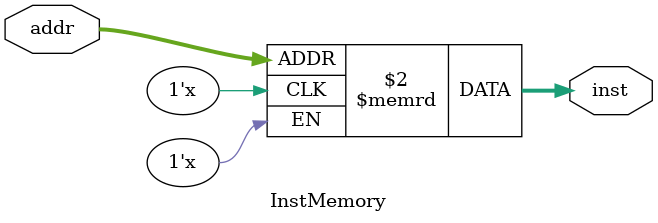
<source format=v>
`timescale 1ns / 1ps 


module InstMemory(
           input [31: 0] addr,
           output reg [31: 0] inst
       );

reg [31: 0] inst_file[31: 0];

always @(addr) begin
    inst = inst_file[addr];
end

// initial begin: instInit
//     integer i;
//     for (i = 0 ; i < 32 ; i = i + 1)
//         inst_file[i] = 0;
//     inst = 0;
// end

endmodule

</source>
